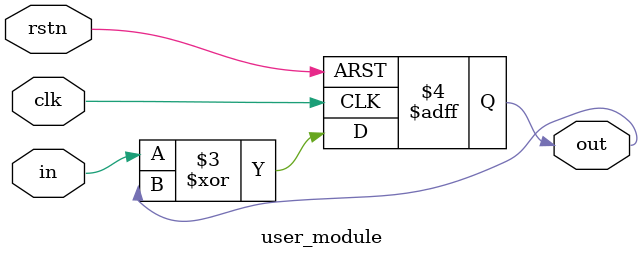
<source format=v>
module user_module (
    input clk,
    input rstn,
    input in, 
    output reg out
);
always@(posedge clk or negedge rstn) begin
    if(~rstn) out <= 0;
	else out <= in ^ out;
end
endmodule
</source>
